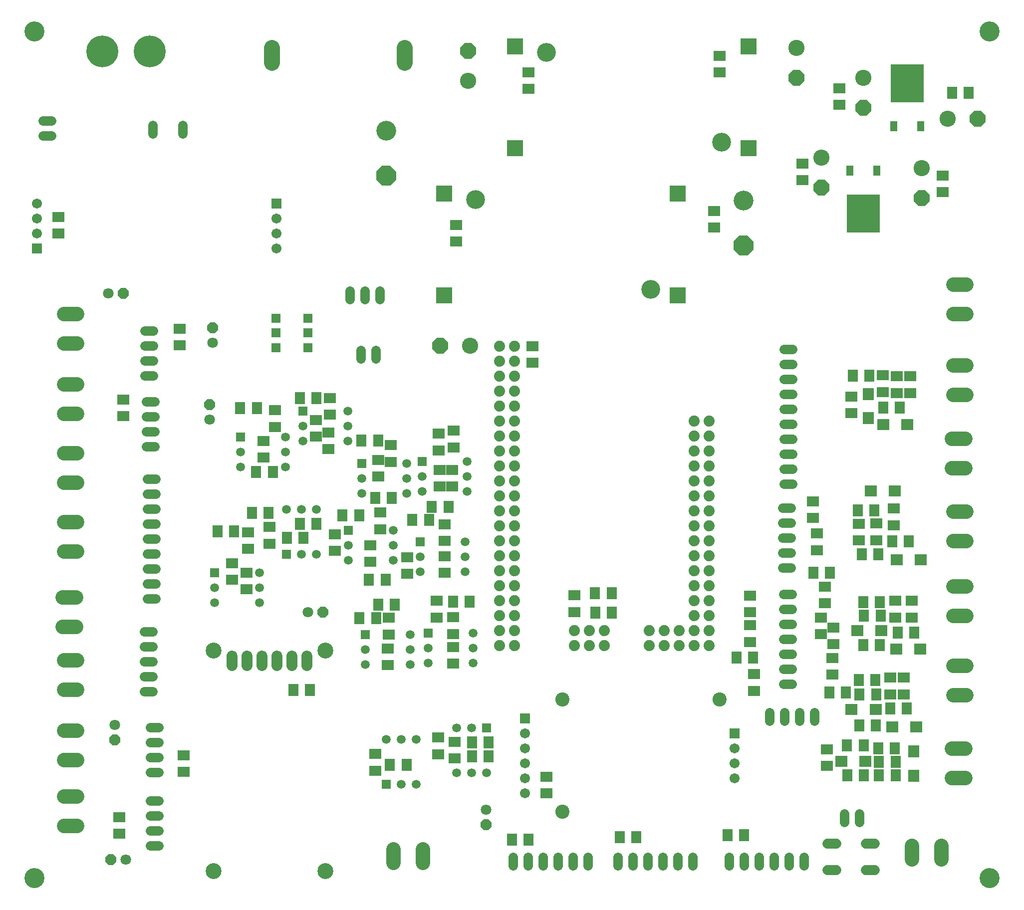
<source format=gbr>
G04 EAGLE Gerber RS-274X export*
G75*
%MOMM*%
%FSLAX34Y34*%
%LPD*%
%INSoldermask Bottom*%
%IPPOS*%
%AMOC8*
5,1,8,0,0,1.08239X$1,22.5*%
G01*
%ADD10C,3.403200*%
%ADD11R,1.803200X2.003200*%
%ADD12R,2.003200X1.803200*%
%ADD13C,2.743200*%
%ADD14P,2.969212X8X292.500000*%
%ADD15P,1.951982X8X22.500000*%
%ADD16C,1.803400*%
%ADD17P,1.951982X8X292.500000*%
%ADD18P,1.951982X8X112.500000*%
%ADD19P,1.951982X8X202.500000*%
%ADD20C,2.743200*%
%ADD21R,5.603200X6.403200*%
%ADD22R,1.203200X1.803200*%
%ADD23C,2.703200*%
%ADD24C,1.879600*%
%ADD25R,2.006200X1.803200*%
%ADD26R,1.803200X2.006200*%
%ADD27C,1.625600*%
%ADD28C,5.403200*%
%ADD29C,2.403200*%
%ADD30R,1.711200X1.711200*%
%ADD31C,1.711200*%
%ADD32R,2.703200X2.703200*%
%ADD33C,3.203200*%
%ADD34C,1.879600*%
%ADD35C,2.453200*%
%ADD36C,1.727200*%
%ADD37P,3.629037X8X292.500000*%
%ADD38C,3.352800*%
%ADD39P,2.969212X8X22.500000*%
%ADD40P,2.969212X8X112.500000*%
%ADD41P,2.969212X8X202.500000*%
%ADD42C,1.611200*%
%ADD43R,1.611200X1.611200*%
%ADD44R,1.511200X1.511200*%
%ADD45C,1.511200*%
%ADD46R,1.903200X2.003200*%
%ADD47R,2.003200X1.903200*%


D10*
X1424686Y1047496D03*
X1424686Y-389636D03*
X-195834Y-389636D03*
X-195834Y1047496D03*
D11*
X1272570Y408940D03*
X1244570Y408940D03*
X1183610Y-214630D03*
X1211610Y-214630D03*
D12*
X1189990Y428020D03*
X1189990Y400020D03*
D11*
X1229390Y234950D03*
X1201390Y234950D03*
X1238280Y6350D03*
X1210280Y6350D03*
X1231422Y-130048D03*
X1203422Y-130048D03*
X1235680Y-168910D03*
X1263680Y-168910D03*
X1192500Y463550D03*
X1220500Y463550D03*
D12*
X1202690Y184120D03*
X1202690Y212120D03*
D11*
X1210280Y78740D03*
X1238280Y78740D03*
X1202660Y-53340D03*
X1230660Y-53340D03*
D12*
X1148842Y-170912D03*
X1148842Y-198912D03*
D13*
X1139190Y833120D03*
D14*
X1139190Y782320D03*
D12*
X957580Y742980D03*
X957580Y714980D03*
X1107440Y822990D03*
X1107440Y794990D03*
X1344930Y802670D03*
X1344930Y774670D03*
D11*
X1361410Y943610D03*
X1389410Y943610D03*
D12*
X1169670Y951260D03*
X1169670Y923260D03*
D11*
X1287810Y182626D03*
X1259810Y182626D03*
X547086Y-182880D03*
X575086Y-182880D03*
X542320Y80010D03*
X514320Y80010D03*
X415320Y74930D03*
X387320Y74930D03*
D12*
X374142Y175290D03*
X374142Y147290D03*
X499872Y156494D03*
X499872Y128494D03*
D11*
X410494Y255524D03*
X382494Y255524D03*
D12*
X512572Y275560D03*
X512572Y303560D03*
D11*
X254478Y211582D03*
X282478Y211582D03*
D12*
X164338Y128808D03*
X164338Y100808D03*
D11*
X1296954Y27178D03*
X1268954Y27178D03*
D12*
X303022Y366552D03*
X303022Y338552D03*
X192532Y352836D03*
X192532Y324836D03*
D11*
X825530Y-320040D03*
X797530Y-320040D03*
X1008410Y-316230D03*
X980410Y-316230D03*
X642650Y-323850D03*
X614650Y-323850D03*
X243810Y-69850D03*
X271810Y-69850D03*
D12*
X673100Y-217140D03*
X673100Y-245140D03*
D15*
X293370Y62230D03*
D16*
X267970Y62230D03*
D17*
X570230Y-298450D03*
D16*
X570230Y-273050D03*
D12*
X-155194Y704820D03*
X-155194Y732820D03*
X642620Y977930D03*
X642620Y949930D03*
X966470Y1005870D03*
X966470Y977870D03*
X50292Y514828D03*
X50292Y542828D03*
X57404Y-181326D03*
X57404Y-209326D03*
X-52070Y-285720D03*
X-52070Y-313720D03*
X-45466Y394686D03*
X-45466Y422686D03*
D18*
X106680Y544322D03*
D16*
X106680Y518922D03*
D17*
X-59690Y-154940D03*
D16*
X-59690Y-129540D03*
D19*
X-66040Y-358140D03*
D16*
X-40640Y-358140D03*
D18*
X101346Y414020D03*
D16*
X101346Y388620D03*
D15*
X-45466Y603250D03*
D16*
X-70866Y603250D03*
D11*
X1284000Y-101600D03*
X1256000Y-101600D03*
D20*
X207518Y994410D02*
X207518Y1019810D01*
X432562Y1019810D02*
X432562Y994410D01*
D21*
X1210310Y738270D03*
D22*
X1187510Y811270D03*
X1233110Y811270D03*
D21*
X1285240Y959720D03*
D22*
X1308040Y886720D03*
X1262440Y886720D03*
D23*
X298200Y-3500D03*
X298200Y-377500D03*
X108200Y-377500D03*
X108200Y-3500D03*
D24*
X215900Y-12118D02*
X215900Y-28882D01*
X190500Y-28882D02*
X190500Y-12118D01*
X165100Y-12118D02*
X165100Y-28882D01*
X139700Y-28882D02*
X139700Y-12118D01*
X241300Y-12118D02*
X241300Y-28882D01*
X266700Y-28882D02*
X266700Y-12118D01*
D25*
X1267460Y462530D03*
X1267460Y434090D03*
D26*
X1236730Y-214630D03*
X1265170Y-214630D03*
D25*
X1243330Y463800D03*
X1243330Y435360D03*
D26*
X1236214Y160528D03*
X1207774Y160528D03*
X1239770Y55880D03*
X1211330Y55880D03*
X1203710Y-77470D03*
X1232150Y-77470D03*
X1182628Y-164338D03*
X1211068Y-164338D03*
D25*
X1290320Y434090D03*
X1290320Y462530D03*
X1262380Y237740D03*
X1262380Y209300D03*
X1264920Y81530D03*
X1264920Y53090D03*
X1256030Y-49280D03*
X1256030Y-77720D03*
D26*
X1265170Y-191770D03*
X1236730Y-191770D03*
D25*
X382270Y-178820D03*
X382270Y-207260D03*
D26*
X407420Y-196850D03*
X435860Y-196850D03*
X371860Y116840D03*
X400300Y116840D03*
D25*
X1232916Y183900D03*
X1232916Y212340D03*
D26*
X478540Y241046D03*
X506980Y241046D03*
X180090Y299720D03*
X208530Y299720D03*
D25*
X488950Y-179320D03*
X488950Y-150880D03*
X517144Y-157738D03*
X517144Y-186178D03*
X486410Y53090D03*
X486410Y81530D03*
X1292860Y53090D03*
X1292860Y81530D03*
X514350Y25150D03*
X514350Y53590D03*
D26*
X383790Y52070D03*
X355350Y52070D03*
D25*
X405130Y23880D03*
X405130Y52320D03*
X390652Y202696D03*
X390652Y231136D03*
D26*
X326648Y226314D03*
X355088Y226314D03*
D25*
X500380Y211324D03*
X500380Y182884D03*
D26*
X445520Y218440D03*
X473960Y218440D03*
X387346Y353568D03*
X358906Y353568D03*
D25*
X408940Y317250D03*
X408940Y345690D03*
X515620Y369820D03*
X515620Y341380D03*
X490220Y336300D03*
X490220Y364740D03*
D26*
X201672Y230886D03*
X173232Y230886D03*
D25*
X203200Y178312D03*
X203200Y206752D03*
D26*
X142998Y199136D03*
X114558Y199136D03*
D25*
X166370Y169168D03*
X166370Y197608D03*
D26*
X282698Y425450D03*
X254258Y425450D03*
D25*
X305308Y397006D03*
X305308Y425446D03*
D26*
X181860Y407924D03*
X153420Y407924D03*
D25*
X212090Y376178D03*
X212090Y404618D03*
X1278890Y-77720D03*
X1278890Y-49280D03*
D27*
X1090422Y508000D02*
X1076198Y508000D01*
X1076198Y482600D02*
X1090422Y482600D01*
X1090422Y457200D02*
X1076198Y457200D01*
X1076198Y431800D02*
X1090422Y431800D01*
X1090422Y406400D02*
X1076198Y406400D01*
X1076198Y355600D02*
X1090422Y355600D01*
X1090422Y381000D02*
X1076198Y381000D01*
X1076198Y279400D02*
X1090422Y279400D01*
X1090422Y330200D02*
X1076198Y330200D01*
X1076198Y304800D02*
X1090422Y304800D01*
X-167132Y895604D02*
X-181356Y895604D01*
X-181356Y870204D02*
X-167132Y870204D01*
X-8382Y539750D02*
X5842Y539750D01*
X5842Y514350D02*
X-8382Y514350D01*
X-8382Y488950D02*
X5842Y488950D01*
X5842Y463550D02*
X-8382Y463550D01*
X508Y-209550D02*
X14732Y-209550D01*
X14732Y-184150D02*
X508Y-184150D01*
X508Y-158750D02*
X14732Y-158750D01*
X14732Y-133350D02*
X508Y-133350D01*
X508Y-334010D02*
X14732Y-334010D01*
X14732Y-308610D02*
X508Y-308610D01*
X508Y-283210D02*
X14732Y-283210D01*
X14732Y-257810D02*
X508Y-257810D01*
X-5842Y419100D02*
X8382Y419100D01*
X8382Y393700D02*
X-5842Y393700D01*
X-5842Y368300D02*
X8382Y368300D01*
X8382Y342900D02*
X-5842Y342900D01*
X-9652Y-72390D02*
X4572Y-72390D01*
X4572Y-46990D02*
X-9652Y-46990D01*
X-9652Y-21590D02*
X4572Y-21590D01*
X4572Y3810D02*
X-9652Y3810D01*
X-9652Y29210D02*
X4572Y29210D01*
X9652Y85090D02*
X-4572Y85090D01*
X-4572Y110490D02*
X9652Y110490D01*
X9652Y135890D02*
X-4572Y135890D01*
X-4572Y161290D02*
X9652Y161290D01*
X9652Y186690D02*
X-4572Y186690D01*
X-4572Y237490D02*
X9652Y237490D01*
X9652Y212090D02*
X-4572Y212090D01*
X-4572Y288290D02*
X9652Y288290D01*
X9652Y262890D02*
X-4572Y262890D01*
D28*
X0Y1013460D03*
X-80800Y1013460D03*
D29*
X699770Y-276860D03*
X699770Y-86360D03*
D30*
X636270Y-118110D03*
D31*
X636270Y-143510D03*
X636270Y-168910D03*
X636270Y-194310D03*
X636270Y-219710D03*
D30*
X991870Y-143510D03*
D31*
X991870Y-168910D03*
X991870Y-194310D03*
X991870Y-219710D03*
X636270Y-245110D03*
D29*
X966470Y-86360D03*
D30*
X214630Y755650D03*
D31*
X214630Y730250D03*
X214630Y704850D03*
X214630Y679450D03*
D30*
X-191770Y679450D03*
D31*
X-191770Y704850D03*
X-191770Y730250D03*
X-191770Y755650D03*
D32*
X499110Y772160D03*
X499110Y599440D03*
X895350Y599440D03*
X895350Y772160D03*
D33*
X552450Y762000D03*
X849630Y609600D03*
D34*
X618490Y513620D03*
X593090Y513620D03*
X618490Y488220D03*
X593090Y488220D03*
X593090Y462820D03*
X618490Y462820D03*
X618490Y437420D03*
X593090Y437420D03*
X593090Y412020D03*
X618490Y412020D03*
X618490Y386620D03*
X593090Y386620D03*
X593090Y361220D03*
X593090Y335820D03*
X593090Y310420D03*
X593090Y285020D03*
X593090Y259620D03*
X593090Y234220D03*
X593090Y208820D03*
X593090Y183420D03*
X593090Y158020D03*
X593090Y132620D03*
X618490Y361220D03*
X618490Y335820D03*
X618490Y310420D03*
X618490Y285020D03*
X618490Y259620D03*
X618490Y234220D03*
X618490Y208820D03*
X618490Y183420D03*
X618490Y158020D03*
X618490Y132620D03*
X593090Y107220D03*
X593090Y81820D03*
X593090Y56420D03*
X593090Y31020D03*
X593090Y5620D03*
X618490Y5620D03*
X618490Y31020D03*
X618490Y56420D03*
X618490Y81820D03*
X618490Y107220D03*
X923290Y386620D03*
X948690Y386620D03*
X948690Y361220D03*
X923290Y361220D03*
X923290Y335820D03*
X948690Y335820D03*
X948690Y310420D03*
X923290Y310420D03*
X948690Y285020D03*
X923290Y285020D03*
X948690Y259620D03*
X923290Y259620D03*
X948690Y234220D03*
X923290Y234220D03*
X948690Y208820D03*
X923290Y208820D03*
X948690Y183420D03*
X923290Y183420D03*
X948690Y158020D03*
X923290Y158020D03*
X948690Y132620D03*
X923290Y132620D03*
X948690Y107220D03*
X923290Y107220D03*
X948690Y81820D03*
X923290Y81820D03*
X948690Y56420D03*
X923290Y56420D03*
X948690Y31020D03*
X923290Y31020D03*
X948690Y5620D03*
X923290Y5620D03*
X897890Y5620D03*
X897890Y31020D03*
X872490Y31020D03*
X872490Y5620D03*
X847090Y5620D03*
X847090Y31020D03*
X720090Y31020D03*
X720090Y5620D03*
X745490Y31020D03*
X770890Y31020D03*
X770890Y5620D03*
X745490Y5620D03*
D35*
X-123640Y518440D02*
X-146140Y518440D01*
X-146140Y568540D02*
X-123640Y568540D01*
X1362620Y-78460D02*
X1385120Y-78460D01*
X1385120Y-28360D02*
X1362620Y-28360D01*
X1360620Y-169190D02*
X1383120Y-169190D01*
X1383120Y-219290D02*
X1360620Y-219290D01*
X1342364Y-334206D02*
X1342364Y-356706D01*
X1292264Y-356706D02*
X1292264Y-334206D01*
X1362620Y430810D02*
X1385120Y430810D01*
X1385120Y480910D02*
X1362620Y480910D01*
X1360620Y356590D02*
X1383120Y356590D01*
X1383120Y306490D02*
X1360620Y306490D01*
X1362620Y183160D02*
X1385120Y183160D01*
X1385120Y233260D02*
X1362620Y233260D01*
X1362620Y56160D02*
X1385120Y56160D01*
X1385120Y106260D02*
X1362620Y106260D01*
D12*
X519430Y718850D03*
X519430Y690850D03*
D26*
X783840Y93980D03*
X755400Y93980D03*
D11*
X755620Y60960D03*
X783620Y60960D03*
D25*
X720090Y90420D03*
X720090Y61980D03*
D36*
X1214882Y-375666D02*
X1230122Y-375666D01*
X1230122Y-330454D02*
X1214882Y-330454D01*
X1165098Y-375666D02*
X1149858Y-375666D01*
X1149858Y-330454D02*
X1165098Y-330454D01*
D37*
X401320Y802640D03*
D38*
X401320Y878840D03*
D37*
X1007110Y684530D03*
D38*
X1007110Y760730D03*
D13*
X1309370Y815340D03*
D14*
X1309370Y764540D03*
D13*
X1353820Y899160D03*
D39*
X1404620Y899160D03*
D13*
X1210310Y969010D03*
D14*
X1210310Y918210D03*
D13*
X539750Y963930D03*
D40*
X539750Y1014730D03*
D13*
X1097280Y1019810D03*
D14*
X1097280Y969010D03*
D13*
X543560Y514350D03*
D41*
X492760Y514350D03*
D12*
X648970Y513110D03*
X648970Y485110D03*
D27*
X339344Y592836D02*
X339344Y607060D01*
X364744Y607060D02*
X364744Y592836D01*
X390144Y592836D02*
X390144Y607060D01*
X358140Y506222D02*
X358140Y491998D01*
X383540Y491998D02*
X383540Y506222D01*
D42*
X5080Y874340D02*
X5080Y888420D01*
X55880Y888420D02*
X55880Y874340D01*
D35*
X413030Y-340270D02*
X413030Y-362770D01*
X463130Y-362770D02*
X463130Y-340270D01*
X-123640Y-300710D02*
X-146140Y-300710D01*
X-146140Y-250610D02*
X-123640Y-250610D01*
X-123640Y-188950D02*
X-146140Y-188950D01*
X-146140Y-138850D02*
X-123640Y-138850D01*
X-123640Y-69570D02*
X-146140Y-69570D01*
X-146140Y-19470D02*
X-123640Y-19470D01*
X-125640Y87350D02*
X-148140Y87350D01*
X-148140Y37250D02*
X-125640Y37250D01*
X-123640Y165380D02*
X-146140Y165380D01*
X-146140Y215480D02*
X-123640Y215480D01*
X-123640Y282220D02*
X-146140Y282220D01*
X-146140Y332320D02*
X-123640Y332320D01*
X-123640Y399060D02*
X-146140Y399060D01*
X-146140Y449160D02*
X-123640Y449160D01*
D27*
X1178560Y-279908D02*
X1178560Y-294132D01*
X1203960Y-294132D02*
X1203960Y-279908D01*
X1087882Y238760D02*
X1073658Y238760D01*
X1073658Y213360D02*
X1087882Y213360D01*
X1087882Y187960D02*
X1073658Y187960D01*
X1073658Y162560D02*
X1087882Y162560D01*
X1087882Y137160D02*
X1073658Y137160D01*
X1127760Y-108458D02*
X1127760Y-122682D01*
X1102360Y-122682D02*
X1102360Y-108458D01*
X1076960Y-108458D02*
X1076960Y-122682D01*
X1051560Y-122682D02*
X1051560Y-108458D01*
D25*
X1131570Y167390D03*
X1131570Y195830D03*
X1158240Y-15498D03*
X1158240Y-43938D03*
X1024890Y-71370D03*
X1024890Y-42930D03*
X1138174Y52828D03*
X1138174Y24388D03*
X1018540Y11180D03*
X1018540Y39620D03*
D26*
X1154172Y129032D03*
X1125732Y129032D03*
D12*
X1125220Y222220D03*
X1125220Y250220D03*
D11*
X1152622Y-74168D03*
X1180622Y-74168D03*
D12*
X1160018Y7590D03*
X1160018Y35590D03*
D11*
X1023650Y-15240D03*
X995650Y-15240D03*
D12*
X1145540Y77440D03*
X1145540Y105440D03*
X1018540Y62200D03*
X1018540Y90200D03*
D11*
X547086Y-159004D03*
X575086Y-159004D03*
D12*
X514350Y2570D03*
X514350Y-25430D03*
X403860Y30D03*
X403860Y-27970D03*
X313690Y194340D03*
X313690Y166340D03*
X436880Y154970D03*
X436880Y126970D03*
X387350Y320578D03*
X387350Y292578D03*
X491490Y303560D03*
X491490Y275560D03*
D11*
X232634Y188214D03*
X260634Y188214D03*
D12*
X139700Y145318D03*
X139700Y117318D03*
X281432Y387888D03*
X281432Y359888D03*
D27*
X793750Y-353568D02*
X793750Y-367792D01*
X819150Y-367792D02*
X819150Y-353568D01*
X844550Y-353568D02*
X844550Y-367792D01*
X869950Y-367792D02*
X869950Y-353568D01*
X895350Y-353568D02*
X895350Y-367792D01*
X920750Y-367792D02*
X920750Y-353568D01*
X982980Y-353568D02*
X982980Y-367792D01*
X1008380Y-367792D02*
X1008380Y-353568D01*
X1033780Y-353568D02*
X1033780Y-367792D01*
X1059180Y-367792D02*
X1059180Y-353568D01*
X1084580Y-353568D02*
X1084580Y-367792D01*
X1109980Y-367792D02*
X1109980Y-353568D01*
X615950Y-353568D02*
X615950Y-367792D01*
X641350Y-367792D02*
X641350Y-353568D01*
X666750Y-353568D02*
X666750Y-367792D01*
X692150Y-367792D02*
X692150Y-353568D01*
X717550Y-353568D02*
X717550Y-367792D01*
X742950Y-367792D02*
X742950Y-353568D01*
X1074928Y-59690D02*
X1089152Y-59690D01*
X1089152Y-34290D02*
X1074928Y-34290D01*
X1074928Y-8890D02*
X1089152Y-8890D01*
X1089152Y16510D02*
X1074928Y16510D01*
X1074928Y41910D02*
X1089152Y41910D01*
X1089152Y92710D02*
X1074928Y92710D01*
X1074928Y67310D02*
X1089152Y67310D01*
D35*
X1362620Y567970D02*
X1385120Y567970D01*
X1385120Y618070D02*
X1362620Y618070D01*
D43*
X268300Y535940D03*
X214300Y535940D03*
X214300Y560940D03*
X214300Y510940D03*
X268300Y560940D03*
X268300Y510940D03*
D32*
X619760Y1022350D03*
X619760Y849630D03*
X1016000Y849630D03*
X1016000Y1022350D03*
D33*
X673100Y1012190D03*
X970280Y859790D03*
D44*
X153924Y359410D03*
D45*
X153924Y334010D03*
X153924Y308610D03*
X230124Y308610D03*
X230124Y334010D03*
X230124Y359410D03*
D44*
X401320Y-229870D03*
D45*
X426720Y-229870D03*
X452120Y-229870D03*
X452120Y-153670D03*
X426720Y-153670D03*
X401320Y-153670D03*
D44*
X571500Y-134620D03*
D45*
X546100Y-134620D03*
X520700Y-134620D03*
X520700Y-210820D03*
X546100Y-210820D03*
X571500Y-210820D03*
D44*
X472440Y26670D03*
D45*
X472440Y1270D03*
X472440Y-24130D03*
X548640Y-24130D03*
X548640Y1270D03*
X548640Y26670D03*
D44*
X365760Y24130D03*
D45*
X365760Y-1270D03*
X365760Y-26670D03*
X441960Y-26670D03*
X441960Y-1270D03*
X441960Y24130D03*
D44*
X336550Y200660D03*
D45*
X336550Y175260D03*
X336550Y149860D03*
X412750Y149860D03*
X412750Y175260D03*
X412750Y200660D03*
D44*
X458470Y181610D03*
D45*
X458470Y156210D03*
X458470Y130810D03*
X534670Y130810D03*
X534670Y156210D03*
X534670Y181610D03*
D44*
X359664Y314198D03*
D45*
X359664Y288798D03*
X359664Y263398D03*
X435864Y263398D03*
X435864Y288798D03*
X435864Y314198D03*
D44*
X462280Y317500D03*
D45*
X462280Y292100D03*
X462280Y266700D03*
X538480Y266700D03*
X538480Y292100D03*
X538480Y317500D03*
D44*
X231394Y160020D03*
D45*
X256794Y160020D03*
X282194Y160020D03*
X282194Y236220D03*
X256794Y236220D03*
X231394Y236220D03*
D44*
X109474Y129032D03*
D45*
X109474Y103632D03*
X109474Y78232D03*
X185674Y78232D03*
X185674Y103632D03*
X185674Y129032D03*
D44*
X259334Y402844D03*
D45*
X259334Y377444D03*
X259334Y352044D03*
X335534Y352044D03*
X335534Y377444D03*
X335534Y402844D03*
D46*
X1219200Y431980D03*
X1219200Y390980D03*
D47*
X1285166Y380238D03*
X1244166Y380238D03*
X1308026Y150622D03*
X1267026Y150622D03*
X1263830Y267716D03*
X1222830Y267716D03*
X1307264Y-762D03*
X1266264Y-762D03*
X1240970Y30734D03*
X1199970Y30734D03*
X1300660Y-132842D03*
X1259660Y-132842D03*
X1231572Y-103378D03*
X1190572Y-103378D03*
X1173046Y-191516D03*
X1214046Y-191516D03*
D46*
X1296416Y-215318D03*
X1296416Y-174318D03*
M02*

</source>
